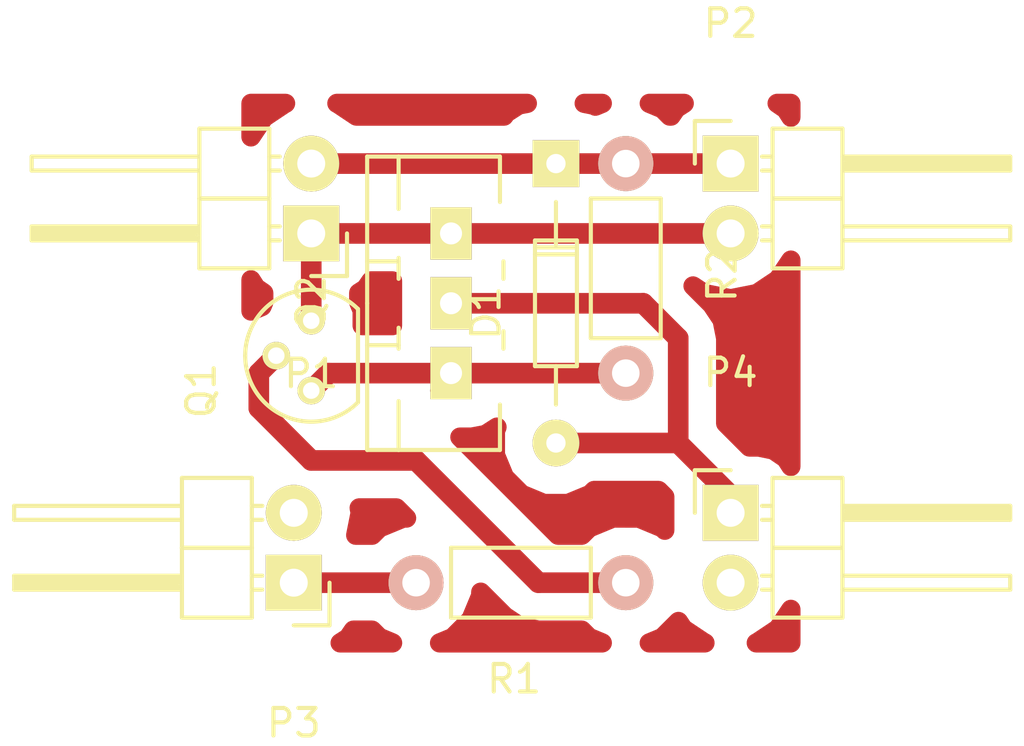
<source format=kicad_pcb>
(kicad_pcb (version 4) (host pcbnew 4.0.4+dfsg1-stable)

  (general
    (links 12)
    (no_connects 0)
    (area 106.599999 77.745 144.225001 105.235)
    (thickness 1.6)
    (drawings 4)
    (tracks 26)
    (zones 0)
    (modules 9)
    (nets 9)
  )

  (page A4)
  (layers
    (0 F.Cu signal)
    (31 B.Cu signal)
    (32 B.Adhes user)
    (33 F.Adhes user)
    (34 B.Paste user)
    (35 F.Paste user)
    (36 B.SilkS user)
    (37 F.SilkS user)
    (38 B.Mask user)
    (39 F.Mask user)
    (40 Dwgs.User user)
    (41 Cmts.User user)
    (42 Eco1.User user)
    (43 Eco2.User user)
    (44 Edge.Cuts user)
    (45 Margin user)
    (46 B.CrtYd user)
    (47 F.CrtYd user)
    (48 B.Fab user)
    (49 F.Fab user)
  )

  (setup
    (last_trace_width 0.75)
    (trace_clearance 0.2)
    (zone_clearance 1)
    (zone_45_only no)
    (trace_min 0.2)
    (segment_width 0.2)
    (edge_width 0.15)
    (via_size 0.6)
    (via_drill 0.4)
    (via_min_size 0.4)
    (via_min_drill 0.3)
    (uvia_size 0.3)
    (uvia_drill 0.1)
    (uvias_allowed no)
    (uvia_min_size 0.2)
    (uvia_min_drill 0.1)
    (pcb_text_width 0.3)
    (pcb_text_size 1.5 1.5)
    (mod_edge_width 0.15)
    (mod_text_size 1 1)
    (mod_text_width 0.15)
    (pad_size 1.5 1.9)
    (pad_drill 0.8)
    (pad_to_mask_clearance 0.2)
    (aux_axis_origin 115.57 101.6)
    (visible_elements FFFC7FFF)
    (pcbplotparams
      (layerselection 0x00030_80000001)
      (usegerberextensions false)
      (excludeedgelayer true)
      (linewidth 0.100000)
      (plotframeref false)
      (viasonmask false)
      (mode 1)
      (useauxorigin false)
      (hpglpennumber 1)
      (hpglpenspeed 20)
      (hpglpendiameter 15)
      (hpglpenoverlay 2)
      (psnegative false)
      (psa4output false)
      (plotreference true)
      (plotvalue true)
      (plotinvisibletext false)
      (padsonsilk false)
      (subtractmaskfromsilk false)
      (outputformat 1)
      (mirror false)
      (drillshape 0)
      (scaleselection 1)
      (outputdirectory modulo_mosfet))
  )

  (net 0 "")
  (net 1 /VCC)
  (net 2 /OUT)
  (net 3 /GND)
  (net 4 "Net-(Q1-Pad2)")
  (net 5 "Net-(Q1-Pad1)")
  (net 6 /IN)
  (net 7 "Net-(P3-Pad2)")
  (net 8 "Net-(P4-Pad2)")

  (net_class Default "This is the default net class."
    (clearance 0.2)
    (trace_width 0.75)
    (via_dia 0.6)
    (via_drill 0.4)
    (uvia_dia 0.3)
    (uvia_drill 0.1)
    (add_net /GND)
    (add_net /IN)
    (add_net /OUT)
    (add_net /VCC)
    (add_net "Net-(P3-Pad2)")
    (add_net "Net-(P4-Pad2)")
    (add_net "Net-(Q1-Pad1)")
    (add_net "Net-(Q1-Pad2)")
  )

  (module Pin_Headers:Pin_Header_Angled_1x02 (layer F.Cu) (tedit 0) (tstamp 58220936)
    (at 118.11 86.36 180)
    (descr "Through hole pin header")
    (tags "pin header")
    (path /58248EEF)
    (fp_text reference P1 (at 0 -5.1 180) (layer F.SilkS)
      (effects (font (size 1 1) (thickness 0.15)))
    )
    (fp_text value CONN_01X02 (at 0 -3.1 180) (layer F.Fab)
      (effects (font (size 1 1) (thickness 0.15)))
    )
    (fp_line (start -1.5 -1.75) (end -1.5 4.3) (layer F.CrtYd) (width 0.05))
    (fp_line (start 10.65 -1.75) (end 10.65 4.3) (layer F.CrtYd) (width 0.05))
    (fp_line (start -1.5 -1.75) (end 10.65 -1.75) (layer F.CrtYd) (width 0.05))
    (fp_line (start -1.5 4.3) (end 10.65 4.3) (layer F.CrtYd) (width 0.05))
    (fp_line (start -1.3 -1.55) (end -1.3 0) (layer F.SilkS) (width 0.15))
    (fp_line (start 0 -1.55) (end -1.3 -1.55) (layer F.SilkS) (width 0.15))
    (fp_line (start 4.191 -0.127) (end 10.033 -0.127) (layer F.SilkS) (width 0.15))
    (fp_line (start 10.033 -0.127) (end 10.033 0.127) (layer F.SilkS) (width 0.15))
    (fp_line (start 10.033 0.127) (end 4.191 0.127) (layer F.SilkS) (width 0.15))
    (fp_line (start 4.191 0.127) (end 4.191 0) (layer F.SilkS) (width 0.15))
    (fp_line (start 4.191 0) (end 10.033 0) (layer F.SilkS) (width 0.15))
    (fp_line (start 1.524 -0.254) (end 1.143 -0.254) (layer F.SilkS) (width 0.15))
    (fp_line (start 1.524 0.254) (end 1.143 0.254) (layer F.SilkS) (width 0.15))
    (fp_line (start 1.524 2.286) (end 1.143 2.286) (layer F.SilkS) (width 0.15))
    (fp_line (start 1.524 2.794) (end 1.143 2.794) (layer F.SilkS) (width 0.15))
    (fp_line (start 1.524 -1.27) (end 4.064 -1.27) (layer F.SilkS) (width 0.15))
    (fp_line (start 1.524 1.27) (end 4.064 1.27) (layer F.SilkS) (width 0.15))
    (fp_line (start 1.524 1.27) (end 1.524 3.81) (layer F.SilkS) (width 0.15))
    (fp_line (start 1.524 3.81) (end 4.064 3.81) (layer F.SilkS) (width 0.15))
    (fp_line (start 4.064 2.286) (end 10.16 2.286) (layer F.SilkS) (width 0.15))
    (fp_line (start 10.16 2.286) (end 10.16 2.794) (layer F.SilkS) (width 0.15))
    (fp_line (start 10.16 2.794) (end 4.064 2.794) (layer F.SilkS) (width 0.15))
    (fp_line (start 4.064 3.81) (end 4.064 1.27) (layer F.SilkS) (width 0.15))
    (fp_line (start 4.064 1.27) (end 4.064 -1.27) (layer F.SilkS) (width 0.15))
    (fp_line (start 10.16 0.254) (end 4.064 0.254) (layer F.SilkS) (width 0.15))
    (fp_line (start 10.16 -0.254) (end 10.16 0.254) (layer F.SilkS) (width 0.15))
    (fp_line (start 4.064 -0.254) (end 10.16 -0.254) (layer F.SilkS) (width 0.15))
    (fp_line (start 1.524 1.27) (end 4.064 1.27) (layer F.SilkS) (width 0.15))
    (fp_line (start 1.524 -1.27) (end 1.524 1.27) (layer F.SilkS) (width 0.15))
    (pad 1 thru_hole rect (at 0 0 180) (size 2.032 2.032) (drill 1.016) (layers *.Cu *.Mask F.SilkS)
      (net 3 /GND))
    (pad 2 thru_hole oval (at 0 2.54 180) (size 2.032 2.032) (drill 1.016) (layers *.Cu *.Mask F.SilkS)
      (net 1 /VCC))
    (model Pin_Headers.3dshapes/Pin_Header_Angled_1x02.wrl
      (at (xyz 0 -0.05 0))
      (scale (xyz 1 1 1))
      (rotate (xyz 0 0 90))
    )
  )

  (module TO_SOT_Packages_THT:TO-92_Molded_Narrow (layer F.Cu) (tedit 54F242E1) (tstamp 5827D756)
    (at 118.11 92.075 90)
    (descr "TO-92 leads molded, narrow, drill 0.6mm (see NXP sot054_po.pdf)")
    (tags "to-92 sc-43 sc-43a sot54 PA33 transistor")
    (path /5821F378)
    (fp_text reference Q1 (at 0 -4 90) (layer F.SilkS)
      (effects (font (size 1 1) (thickness 0.15)))
    )
    (fp_text value BC547 (at 0 3 90) (layer F.Fab)
      (effects (font (size 1 1) (thickness 0.15)))
    )
    (fp_line (start -1.4 1.95) (end -1.4 -2.65) (layer F.CrtYd) (width 0.05))
    (fp_line (start -1.4 1.95) (end 3.9 1.95) (layer F.CrtYd) (width 0.05))
    (fp_line (start -0.43 1.7) (end 2.97 1.7) (layer F.SilkS) (width 0.15))
    (fp_arc (start 1.27 0) (end 1.27 -2.4) (angle -135) (layer F.SilkS) (width 0.15))
    (fp_arc (start 1.27 0) (end 1.27 -2.4) (angle 135) (layer F.SilkS) (width 0.15))
    (fp_line (start -1.4 -2.65) (end 3.9 -2.65) (layer F.CrtYd) (width 0.05))
    (fp_line (start 3.9 1.95) (end 3.9 -2.65) (layer F.CrtYd) (width 0.05))
    (pad 2 thru_hole circle (at 1.27 -1.27 180) (size 1.00076 1.00076) (drill 0.6) (layers *.Cu *.Mask F.SilkS)
      (net 4 "Net-(Q1-Pad2)"))
    (pad 3 thru_hole circle (at 2.54 0 180) (size 1.00076 1.00076) (drill 0.6) (layers *.Cu *.Mask F.SilkS)
      (net 3 /GND))
    (pad 1 thru_hole circle (at 0 0 180) (size 1.00076 1.00076) (drill 0.6) (layers *.Cu *.Mask F.SilkS)
      (net 5 "Net-(Q1-Pad1)"))
    (model TO_SOT_Packages_THT.3dshapes/TO-92_Molded_Narrow.wrl
      (at (xyz 0.05 0 0))
      (scale (xyz 1 1 1))
      (rotate (xyz 0 0 -90))
    )
  )

  (module TO_SOT_Packages_THT:TO-220_Neutral123_Vertical_LargePads (layer F.Cu) (tedit 58248618) (tstamp 5822094A)
    (at 123.19 88.9 90)
    (descr "TO-220, Neutral, Vertical, Large Pads,")
    (tags "TO-220, Neutral, Vertical, Large Pads,")
    (path /5821F323)
    (fp_text reference Q2 (at 0 -5.08 90) (layer F.SilkS)
      (effects (font (size 1 1) (thickness 0.15)))
    )
    (fp_text value IRF540N (at 0 3.81 90) (layer F.Fab)
      (effects (font (size 1 1) (thickness 0.15)))
    )
    (fp_line (start 5.334 -1.905) (end 3.429 -1.905) (layer F.SilkS) (width 0.15))
    (fp_line (start 0.889 -1.905) (end 1.651 -1.905) (layer F.SilkS) (width 0.15))
    (fp_line (start -1.524 -1.905) (end -1.651 -1.905) (layer F.SilkS) (width 0.15))
    (fp_line (start -1.524 -1.905) (end -0.889 -1.905) (layer F.SilkS) (width 0.15))
    (fp_line (start -5.334 -1.905) (end -3.556 -1.905) (layer F.SilkS) (width 0.15))
    (fp_line (start -5.334 1.778) (end -3.683 1.778) (layer F.SilkS) (width 0.15))
    (fp_line (start -1.016 1.905) (end -1.651 1.905) (layer F.SilkS) (width 0.15))
    (fp_line (start 1.524 1.905) (end 0.889 1.905) (layer F.SilkS) (width 0.15))
    (fp_line (start 5.334 1.778) (end 3.683 1.778) (layer F.SilkS) (width 0.15))
    (fp_line (start -1.524 -3.048) (end -1.524 -1.905) (layer F.SilkS) (width 0.15))
    (fp_line (start 1.524 -3.048) (end 1.524 -1.905) (layer F.SilkS) (width 0.15))
    (fp_line (start 5.334 -1.905) (end 5.334 1.778) (layer F.SilkS) (width 0.15))
    (fp_line (start -5.334 1.778) (end -5.334 -1.905) (layer F.SilkS) (width 0.15))
    (fp_line (start 5.334 -3.048) (end 5.334 -1.905) (layer F.SilkS) (width 0.15))
    (fp_line (start -5.334 -1.905) (end -5.334 -3.048) (layer F.SilkS) (width 0.15))
    (fp_line (start 0 -3.048) (end -5.334 -3.048) (layer F.SilkS) (width 0.15))
    (fp_line (start 0 -3.048) (end 5.334 -3.048) (layer F.SilkS) (width 0.15))
    (pad 2 thru_hole rect (at 0 0 180) (size 1.5 1.9) (drill 0.8) (layers *.Cu *.Mask F.SilkS)
      (net 2 /OUT))
    (pad 1 thru_hole rect (at -2.54 0 180) (size 1.5 1.9) (drill 0.8) (layers *.Cu *.Mask F.SilkS)
      (net 5 "Net-(Q1-Pad1)"))
    (pad 3 thru_hole rect (at 2.54 0 180) (size 1.5 1.9) (drill 0.8) (layers *.Cu *.Mask F.SilkS)
      (net 3 /GND))
    (model TO_SOT_Packages_THT.3dshapes/TO-220_Neutral123_Vertical_LargePads.wrl
      (at (xyz 0 0 0))
      (scale (xyz 0.3937 0.3937 0.3937))
      (rotate (xyz 0 0 0))
    )
  )

  (module Pin_Headers:Pin_Header_Angled_1x02 (layer F.Cu) (tedit 0) (tstamp 5822093C)
    (at 133.35 83.82)
    (descr "Through hole pin header")
    (tags "pin header")
    (path /5821F5FC)
    (fp_text reference P2 (at 0 -5.1) (layer F.SilkS)
      (effects (font (size 1 1) (thickness 0.15)))
    )
    (fp_text value CONN_01X02 (at 0 -3.1) (layer F.Fab)
      (effects (font (size 1 1) (thickness 0.15)))
    )
    (fp_line (start -1.5 -1.75) (end -1.5 4.3) (layer F.CrtYd) (width 0.05))
    (fp_line (start 10.65 -1.75) (end 10.65 4.3) (layer F.CrtYd) (width 0.05))
    (fp_line (start -1.5 -1.75) (end 10.65 -1.75) (layer F.CrtYd) (width 0.05))
    (fp_line (start -1.5 4.3) (end 10.65 4.3) (layer F.CrtYd) (width 0.05))
    (fp_line (start -1.3 -1.55) (end -1.3 0) (layer F.SilkS) (width 0.15))
    (fp_line (start 0 -1.55) (end -1.3 -1.55) (layer F.SilkS) (width 0.15))
    (fp_line (start 4.191 -0.127) (end 10.033 -0.127) (layer F.SilkS) (width 0.15))
    (fp_line (start 10.033 -0.127) (end 10.033 0.127) (layer F.SilkS) (width 0.15))
    (fp_line (start 10.033 0.127) (end 4.191 0.127) (layer F.SilkS) (width 0.15))
    (fp_line (start 4.191 0.127) (end 4.191 0) (layer F.SilkS) (width 0.15))
    (fp_line (start 4.191 0) (end 10.033 0) (layer F.SilkS) (width 0.15))
    (fp_line (start 1.524 -0.254) (end 1.143 -0.254) (layer F.SilkS) (width 0.15))
    (fp_line (start 1.524 0.254) (end 1.143 0.254) (layer F.SilkS) (width 0.15))
    (fp_line (start 1.524 2.286) (end 1.143 2.286) (layer F.SilkS) (width 0.15))
    (fp_line (start 1.524 2.794) (end 1.143 2.794) (layer F.SilkS) (width 0.15))
    (fp_line (start 1.524 -1.27) (end 4.064 -1.27) (layer F.SilkS) (width 0.15))
    (fp_line (start 1.524 1.27) (end 4.064 1.27) (layer F.SilkS) (width 0.15))
    (fp_line (start 1.524 1.27) (end 1.524 3.81) (layer F.SilkS) (width 0.15))
    (fp_line (start 1.524 3.81) (end 4.064 3.81) (layer F.SilkS) (width 0.15))
    (fp_line (start 4.064 2.286) (end 10.16 2.286) (layer F.SilkS) (width 0.15))
    (fp_line (start 10.16 2.286) (end 10.16 2.794) (layer F.SilkS) (width 0.15))
    (fp_line (start 10.16 2.794) (end 4.064 2.794) (layer F.SilkS) (width 0.15))
    (fp_line (start 4.064 3.81) (end 4.064 1.27) (layer F.SilkS) (width 0.15))
    (fp_line (start 4.064 1.27) (end 4.064 -1.27) (layer F.SilkS) (width 0.15))
    (fp_line (start 10.16 0.254) (end 4.064 0.254) (layer F.SilkS) (width 0.15))
    (fp_line (start 10.16 -0.254) (end 10.16 0.254) (layer F.SilkS) (width 0.15))
    (fp_line (start 4.064 -0.254) (end 10.16 -0.254) (layer F.SilkS) (width 0.15))
    (fp_line (start 1.524 1.27) (end 4.064 1.27) (layer F.SilkS) (width 0.15))
    (fp_line (start 1.524 -1.27) (end 1.524 1.27) (layer F.SilkS) (width 0.15))
    (pad 1 thru_hole rect (at 0 0) (size 2.032 2.032) (drill 1.016) (layers *.Cu *.Mask F.SilkS)
      (net 1 /VCC))
    (pad 2 thru_hole oval (at 0 2.54) (size 2.032 2.032) (drill 1.016) (layers *.Cu *.Mask F.SilkS)
      (net 3 /GND))
    (model Pin_Headers.3dshapes/Pin_Header_Angled_1x02.wrl
      (at (xyz 0 -0.05 0))
      (scale (xyz 1 1 1))
      (rotate (xyz 0 0 90))
    )
  )

  (module Pin_Headers:Pin_Header_Angled_1x02 (layer F.Cu) (tedit 0) (tstamp 58247D37)
    (at 117.475 99.06 180)
    (descr "Through hole pin header")
    (tags "pin header")
    (path /58248F49)
    (fp_text reference P3 (at 0 -5.1 180) (layer F.SilkS)
      (effects (font (size 1 1) (thickness 0.15)))
    )
    (fp_text value CONN_01X02 (at 0 -3.1 180) (layer F.Fab)
      (effects (font (size 1 1) (thickness 0.15)))
    )
    (fp_line (start -1.5 -1.75) (end -1.5 4.3) (layer F.CrtYd) (width 0.05))
    (fp_line (start 10.65 -1.75) (end 10.65 4.3) (layer F.CrtYd) (width 0.05))
    (fp_line (start -1.5 -1.75) (end 10.65 -1.75) (layer F.CrtYd) (width 0.05))
    (fp_line (start -1.5 4.3) (end 10.65 4.3) (layer F.CrtYd) (width 0.05))
    (fp_line (start -1.3 -1.55) (end -1.3 0) (layer F.SilkS) (width 0.15))
    (fp_line (start 0 -1.55) (end -1.3 -1.55) (layer F.SilkS) (width 0.15))
    (fp_line (start 4.191 -0.127) (end 10.033 -0.127) (layer F.SilkS) (width 0.15))
    (fp_line (start 10.033 -0.127) (end 10.033 0.127) (layer F.SilkS) (width 0.15))
    (fp_line (start 10.033 0.127) (end 4.191 0.127) (layer F.SilkS) (width 0.15))
    (fp_line (start 4.191 0.127) (end 4.191 0) (layer F.SilkS) (width 0.15))
    (fp_line (start 4.191 0) (end 10.033 0) (layer F.SilkS) (width 0.15))
    (fp_line (start 1.524 -0.254) (end 1.143 -0.254) (layer F.SilkS) (width 0.15))
    (fp_line (start 1.524 0.254) (end 1.143 0.254) (layer F.SilkS) (width 0.15))
    (fp_line (start 1.524 2.286) (end 1.143 2.286) (layer F.SilkS) (width 0.15))
    (fp_line (start 1.524 2.794) (end 1.143 2.794) (layer F.SilkS) (width 0.15))
    (fp_line (start 1.524 -1.27) (end 4.064 -1.27) (layer F.SilkS) (width 0.15))
    (fp_line (start 1.524 1.27) (end 4.064 1.27) (layer F.SilkS) (width 0.15))
    (fp_line (start 1.524 1.27) (end 1.524 3.81) (layer F.SilkS) (width 0.15))
    (fp_line (start 1.524 3.81) (end 4.064 3.81) (layer F.SilkS) (width 0.15))
    (fp_line (start 4.064 2.286) (end 10.16 2.286) (layer F.SilkS) (width 0.15))
    (fp_line (start 10.16 2.286) (end 10.16 2.794) (layer F.SilkS) (width 0.15))
    (fp_line (start 10.16 2.794) (end 4.064 2.794) (layer F.SilkS) (width 0.15))
    (fp_line (start 4.064 3.81) (end 4.064 1.27) (layer F.SilkS) (width 0.15))
    (fp_line (start 4.064 1.27) (end 4.064 -1.27) (layer F.SilkS) (width 0.15))
    (fp_line (start 10.16 0.254) (end 4.064 0.254) (layer F.SilkS) (width 0.15))
    (fp_line (start 10.16 -0.254) (end 10.16 0.254) (layer F.SilkS) (width 0.15))
    (fp_line (start 4.064 -0.254) (end 10.16 -0.254) (layer F.SilkS) (width 0.15))
    (fp_line (start 1.524 1.27) (end 4.064 1.27) (layer F.SilkS) (width 0.15))
    (fp_line (start 1.524 -1.27) (end 1.524 1.27) (layer F.SilkS) (width 0.15))
    (pad 1 thru_hole rect (at 0 0 180) (size 2.032 2.032) (drill 1.016) (layers *.Cu *.Mask F.SilkS)
      (net 6 /IN))
    (pad 2 thru_hole oval (at 0 2.54 180) (size 2.032 2.032) (drill 1.016) (layers *.Cu *.Mask F.SilkS)
      (net 7 "Net-(P3-Pad2)"))
    (model Pin_Headers.3dshapes/Pin_Header_Angled_1x02.wrl
      (at (xyz 0 -0.05 0))
      (scale (xyz 1 1 1))
      (rotate (xyz 0 0 90))
    )
  )

  (module Pin_Headers:Pin_Header_Angled_1x02 (layer F.Cu) (tedit 0) (tstamp 58247D5A)
    (at 133.35 96.52)
    (descr "Through hole pin header")
    (tags "pin header")
    (path /5824766C)
    (fp_text reference P4 (at 0 -5.1) (layer F.SilkS)
      (effects (font (size 1 1) (thickness 0.15)))
    )
    (fp_text value CONN_01X02 (at 0 -3.1) (layer F.Fab)
      (effects (font (size 1 1) (thickness 0.15)))
    )
    (fp_line (start -1.5 -1.75) (end -1.5 4.3) (layer F.CrtYd) (width 0.05))
    (fp_line (start 10.65 -1.75) (end 10.65 4.3) (layer F.CrtYd) (width 0.05))
    (fp_line (start -1.5 -1.75) (end 10.65 -1.75) (layer F.CrtYd) (width 0.05))
    (fp_line (start -1.5 4.3) (end 10.65 4.3) (layer F.CrtYd) (width 0.05))
    (fp_line (start -1.3 -1.55) (end -1.3 0) (layer F.SilkS) (width 0.15))
    (fp_line (start 0 -1.55) (end -1.3 -1.55) (layer F.SilkS) (width 0.15))
    (fp_line (start 4.191 -0.127) (end 10.033 -0.127) (layer F.SilkS) (width 0.15))
    (fp_line (start 10.033 -0.127) (end 10.033 0.127) (layer F.SilkS) (width 0.15))
    (fp_line (start 10.033 0.127) (end 4.191 0.127) (layer F.SilkS) (width 0.15))
    (fp_line (start 4.191 0.127) (end 4.191 0) (layer F.SilkS) (width 0.15))
    (fp_line (start 4.191 0) (end 10.033 0) (layer F.SilkS) (width 0.15))
    (fp_line (start 1.524 -0.254) (end 1.143 -0.254) (layer F.SilkS) (width 0.15))
    (fp_line (start 1.524 0.254) (end 1.143 0.254) (layer F.SilkS) (width 0.15))
    (fp_line (start 1.524 2.286) (end 1.143 2.286) (layer F.SilkS) (width 0.15))
    (fp_line (start 1.524 2.794) (end 1.143 2.794) (layer F.SilkS) (width 0.15))
    (fp_line (start 1.524 -1.27) (end 4.064 -1.27) (layer F.SilkS) (width 0.15))
    (fp_line (start 1.524 1.27) (end 4.064 1.27) (layer F.SilkS) (width 0.15))
    (fp_line (start 1.524 1.27) (end 1.524 3.81) (layer F.SilkS) (width 0.15))
    (fp_line (start 1.524 3.81) (end 4.064 3.81) (layer F.SilkS) (width 0.15))
    (fp_line (start 4.064 2.286) (end 10.16 2.286) (layer F.SilkS) (width 0.15))
    (fp_line (start 10.16 2.286) (end 10.16 2.794) (layer F.SilkS) (width 0.15))
    (fp_line (start 10.16 2.794) (end 4.064 2.794) (layer F.SilkS) (width 0.15))
    (fp_line (start 4.064 3.81) (end 4.064 1.27) (layer F.SilkS) (width 0.15))
    (fp_line (start 4.064 1.27) (end 4.064 -1.27) (layer F.SilkS) (width 0.15))
    (fp_line (start 10.16 0.254) (end 4.064 0.254) (layer F.SilkS) (width 0.15))
    (fp_line (start 10.16 -0.254) (end 10.16 0.254) (layer F.SilkS) (width 0.15))
    (fp_line (start 4.064 -0.254) (end 10.16 -0.254) (layer F.SilkS) (width 0.15))
    (fp_line (start 1.524 1.27) (end 4.064 1.27) (layer F.SilkS) (width 0.15))
    (fp_line (start 1.524 -1.27) (end 1.524 1.27) (layer F.SilkS) (width 0.15))
    (pad 1 thru_hole rect (at 0 0) (size 2.032 2.032) (drill 1.016) (layers *.Cu *.Mask F.SilkS)
      (net 2 /OUT))
    (pad 2 thru_hole oval (at 0 2.54) (size 2.032 2.032) (drill 1.016) (layers *.Cu *.Mask F.SilkS)
      (net 8 "Net-(P4-Pad2)"))
    (model Pin_Headers.3dshapes/Pin_Header_Angled_1x02.wrl
      (at (xyz 0 -0.05 0))
      (scale (xyz 1 1 1))
      (rotate (xyz 0 0 90))
    )
  )

  (module Resistors_ThroughHole:Resistor_Horizontal_RM7mm (layer F.Cu) (tedit 569FCF07) (tstamp 58255486)
    (at 129.54 99.06 180)
    (descr "Resistor, Axial,  RM 7.62mm, 1/3W,")
    (tags "Resistor Axial RM 7.62mm 1/3W R3")
    (path /5821F4D9)
    (fp_text reference R1 (at 4.05892 -3.50012 180) (layer F.SilkS)
      (effects (font (size 1 1) (thickness 0.15)))
    )
    (fp_text value R (at 3.81 3.81 180) (layer F.Fab)
      (effects (font (size 1 1) (thickness 0.15)))
    )
    (fp_line (start -1.25 -1.5) (end 8.85 -1.5) (layer F.CrtYd) (width 0.05))
    (fp_line (start -1.25 1.5) (end -1.25 -1.5) (layer F.CrtYd) (width 0.05))
    (fp_line (start 8.85 -1.5) (end 8.85 1.5) (layer F.CrtYd) (width 0.05))
    (fp_line (start -1.25 1.5) (end 8.85 1.5) (layer F.CrtYd) (width 0.05))
    (fp_line (start 1.27 -1.27) (end 6.35 -1.27) (layer F.SilkS) (width 0.15))
    (fp_line (start 6.35 -1.27) (end 6.35 1.27) (layer F.SilkS) (width 0.15))
    (fp_line (start 6.35 1.27) (end 1.27 1.27) (layer F.SilkS) (width 0.15))
    (fp_line (start 1.27 1.27) (end 1.27 -1.27) (layer F.SilkS) (width 0.15))
    (pad 1 thru_hole circle (at 0 0 180) (size 1.99898 1.99898) (drill 1.00076) (layers *.Cu *.SilkS *.Mask)
      (net 4 "Net-(Q1-Pad2)"))
    (pad 2 thru_hole circle (at 7.62 0 180) (size 1.99898 1.99898) (drill 1.00076) (layers *.Cu *.SilkS *.Mask)
      (net 6 /IN))
  )

  (module Resistors_ThroughHole:Resistor_Horizontal_RM7mm (layer F.Cu) (tedit 569FCF07) (tstamp 5825548B)
    (at 129.54 83.82 270)
    (descr "Resistor, Axial,  RM 7.62mm, 1/3W,")
    (tags "Resistor Axial RM 7.62mm 1/3W R3")
    (path /5821F450)
    (fp_text reference R2 (at 4.05892 -3.50012 270) (layer F.SilkS)
      (effects (font (size 1 1) (thickness 0.15)))
    )
    (fp_text value R (at 3.81 3.81 270) (layer F.Fab)
      (effects (font (size 1 1) (thickness 0.15)))
    )
    (fp_line (start -1.25 -1.5) (end 8.85 -1.5) (layer F.CrtYd) (width 0.05))
    (fp_line (start -1.25 1.5) (end -1.25 -1.5) (layer F.CrtYd) (width 0.05))
    (fp_line (start 8.85 -1.5) (end 8.85 1.5) (layer F.CrtYd) (width 0.05))
    (fp_line (start -1.25 1.5) (end 8.85 1.5) (layer F.CrtYd) (width 0.05))
    (fp_line (start 1.27 -1.27) (end 6.35 -1.27) (layer F.SilkS) (width 0.15))
    (fp_line (start 6.35 -1.27) (end 6.35 1.27) (layer F.SilkS) (width 0.15))
    (fp_line (start 6.35 1.27) (end 1.27 1.27) (layer F.SilkS) (width 0.15))
    (fp_line (start 1.27 1.27) (end 1.27 -1.27) (layer F.SilkS) (width 0.15))
    (pad 1 thru_hole circle (at 0 0 270) (size 1.99898 1.99898) (drill 1.00076) (layers *.Cu *.SilkS *.Mask)
      (net 1 /VCC))
    (pad 2 thru_hole circle (at 7.62 0 270) (size 1.99898 1.99898) (drill 1.00076) (layers *.Cu *.SilkS *.Mask)
      (net 5 "Net-(Q1-Pad1)"))
  )

  (module Diodes_ThroughHole:Diode_DO-35_SOD27_Horizontal_RM10 (layer F.Cu) (tedit 552FFC30) (tstamp 5825BFB5)
    (at 127 83.82 270)
    (descr "Diode, DO-35,  SOD27, Horizontal, RM 10mm")
    (tags "Diode, DO-35, SOD27, Horizontal, RM 10mm, 1N4148,")
    (path /5821F3BF)
    (fp_text reference D1 (at 5.43052 2.53746 270) (layer F.SilkS)
      (effects (font (size 1 1) (thickness 0.15)))
    )
    (fp_text value D (at 4.41452 -3.55854 270) (layer F.Fab)
      (effects (font (size 1 1) (thickness 0.15)))
    )
    (fp_line (start 7.36652 -0.00254) (end 8.76352 -0.00254) (layer F.SilkS) (width 0.15))
    (fp_line (start 2.92152 -0.00254) (end 1.39752 -0.00254) (layer F.SilkS) (width 0.15))
    (fp_line (start 3.30252 -0.76454) (end 3.30252 0.75946) (layer F.SilkS) (width 0.15))
    (fp_line (start 3.04852 -0.76454) (end 3.04852 0.75946) (layer F.SilkS) (width 0.15))
    (fp_line (start 2.79452 -0.00254) (end 2.79452 0.75946) (layer F.SilkS) (width 0.15))
    (fp_line (start 2.79452 0.75946) (end 7.36652 0.75946) (layer F.SilkS) (width 0.15))
    (fp_line (start 7.36652 0.75946) (end 7.36652 -0.76454) (layer F.SilkS) (width 0.15))
    (fp_line (start 7.36652 -0.76454) (end 2.79452 -0.76454) (layer F.SilkS) (width 0.15))
    (fp_line (start 2.79452 -0.76454) (end 2.79452 -0.00254) (layer F.SilkS) (width 0.15))
    (pad 2 thru_hole circle (at 10.16052 -0.00254 90) (size 1.69926 1.69926) (drill 0.70104) (layers *.Cu *.Mask F.SilkS)
      (net 2 /OUT))
    (pad 1 thru_hole rect (at 0.00052 -0.00254 90) (size 1.69926 1.69926) (drill 0.70104) (layers *.Cu *.Mask F.SilkS)
      (net 1 /VCC))
    (model Diodes_ThroughHole.3dshapes/Diode_DO-35_SOD27_Horizontal_RM10.wrl
      (at (xyz 0.2 0 0))
      (scale (xyz 0.4 0.4 0.4))
      (rotate (xyz 0 0 180))
    )
  )

  (gr_line (start 115.57 81.28) (end 115.57 101.6) (angle 90) (layer Dwgs.User) (width 0.2))
  (gr_line (start 135.89 81.28) (end 115.57 81.28) (angle 90) (layer Dwgs.User) (width 0.2))
  (gr_line (start 135.89 101.6) (end 135.89 81.28) (angle 90) (layer Dwgs.User) (width 0.2))
  (gr_line (start 135.89 101.6) (end 115.57 101.6) (angle 90) (layer Dwgs.User) (width 0.2))

  (segment (start 118.11 83.82) (end 127.00202 83.82) (width 0.75) (layer F.Cu) (net 1))
  (segment (start 127.00202 83.82) (end 129.54 83.82) (width 0.75) (layer F.Cu) (net 1) (tstamp 58276BC5))
  (segment (start 129.54 83.82) (end 133.35 83.82) (width 0.75) (layer F.Cu) (net 1) (tstamp 58276BC6))
  (segment (start 133.34746 83.82254) (end 133.35 83.82) (width 0.25) (layer F.Cu) (net 1) (tstamp 58247E84))
  (segment (start 127.00254 93.98052) (end 131.44552 93.98052) (width 0.75) (layer F.Cu) (net 2))
  (segment (start 131.44552 93.98052) (end 131.445 93.98) (width 0.75) (layer F.Cu) (net 2) (tstamp 58269593))
  (segment (start 131.445 93.98) (end 131.445 90.17) (width 0.75) (layer F.Cu) (net 2) (tstamp 58269594))
  (segment (start 131.445 90.17) (end 130.175 88.9) (width 0.75) (layer F.Cu) (net 2) (tstamp 58269595))
  (segment (start 130.175 88.9) (end 123.19 88.9) (width 0.75) (layer F.Cu) (net 2) (tstamp 58269597))
  (segment (start 133.35 96.52) (end 133.35 95.885) (width 0.25) (layer F.Cu) (net 2))
  (segment (start 133.35 95.885) (end 131.445 93.98) (width 0.75) (layer F.Cu) (net 2) (tstamp 5826958E))
  (segment (start 127.00306 93.98) (end 127.00254 93.98052) (width 0.25) (layer F.Cu) (net 2) (tstamp 5826958A))
  (segment (start 133.35 86.36) (end 123.19 86.36) (width 0.75) (layer F.Cu) (net 3))
  (segment (start 123.19 86.36) (end 118.11 86.36) (width 0.75) (layer F.Cu) (net 3) (tstamp 5827D78A))
  (segment (start 118.11 86.36) (end 118.11 89.535) (width 0.75) (layer F.Cu) (net 3) (tstamp 5827D78B))
  (segment (start 116.84 90.805) (end 116.205 91.44) (width 0.75) (layer F.Cu) (net 4) (status 400000))
  (segment (start 126.365 99.06) (end 129.54 99.06) (width 0.75) (layer F.Cu) (net 4) (tstamp 5824A6C7) (status 800000))
  (segment (start 121.92 94.615) (end 126.365 99.06) (width 0.75) (layer F.Cu) (net 4) (tstamp 5824A6C6))
  (segment (start 118.11 94.615) (end 121.92 94.615) (width 0.75) (layer F.Cu) (net 4) (tstamp 5824A6C4))
  (segment (start 116.205 92.71) (end 118.11 94.615) (width 0.75) (layer F.Cu) (net 4) (tstamp 5824A6C3))
  (segment (start 116.205 91.44) (end 116.205 92.71) (width 0.75) (layer F.Cu) (net 4) (tstamp 5824A6C2))
  (segment (start 123.19 91.44) (end 118.745 91.44) (width 0.75) (layer F.Cu) (net 5))
  (segment (start 118.745 91.44) (end 118.11 92.075) (width 0.75) (layer F.Cu) (net 5) (tstamp 5827D765))
  (segment (start 123.19 91.44) (end 129.54 91.44) (width 0.75) (layer F.Cu) (net 5))
  (segment (start 122.555 92.075) (end 123.19 91.44) (width 0.25) (layer F.Cu) (net 5) (tstamp 58269580))
  (segment (start 117.475 99.06) (end 121.92 99.06) (width 0.75) (layer F.Cu) (net 6))

  (zone (net 0) (net_name "") (layer F.Cu) (tstamp 5827D7A3) (hatch edge 0.508)
    (connect_pads yes (clearance 1))
    (min_thickness 0.7)
    (fill yes (arc_segments 16) (thermal_gap 0.8) (thermal_bridge_width 0.5))
    (polygon
      (pts
        (xy 135.89 101.6) (xy 115.57 101.6) (xy 115.57 81.28) (xy 135.89 81.28)
      )
    )
    (filled_polygon
      (pts
        (xy 125.145241 100.279759) (xy 125.704871 100.653692) (xy 126.365 100.785) (xy 127.942207 100.785) (xy 128.207383 101.050639)
        (xy 128.687497 101.25) (xy 122.772272 101.25) (xy 123.24914 101.052962) (xy 123.910639 100.392617) (xy 124.269081 99.529393)
        (xy 124.269191 99.403709)
      )
    )
    (filled_polygon
      (pts
        (xy 131.630632 100.733015) (xy 132.398218 101.245899) (xy 132.418835 101.25) (xy 130.392272 101.25) (xy 130.86914 101.052962)
        (xy 131.454183 100.46894)
      )
    )
    (filled_polygon
      (pts
        (xy 135.54 101.25) (xy 134.281165 101.25) (xy 134.301782 101.245899) (xy 135.069368 100.733015) (xy 135.54 100.028664)
      )
    )
    (filled_polygon
      (pts
        (xy 120.587383 101.050639) (xy 121.067497 101.25) (xy 119.159605 101.25) (xy 119.450757 101.062649) (xy 119.640466 100.785)
        (xy 120.322207 100.785)
      )
    )
    (filled_polygon
      (pts
        (xy 124.803293 93.541067) (xy 124.802529 94.416134) (xy 125.136697 95.224882) (xy 125.754923 95.844188) (xy 126.563087 96.179767)
        (xy 127.438154 96.180531) (xy 128.246902 95.846363) (xy 128.387991 95.70552) (xy 130.731002 95.70552) (xy 130.957552 95.93207)
        (xy 130.957552 97.154444) (xy 130.872617 97.069361) (xy 130.009393 96.710919) (xy 129.074708 96.710103) (xy 128.21086 97.067038)
        (xy 127.94243 97.335) (xy 127.079518 97.335) (xy 123.510966 93.766448) (xy 123.94 93.766448) (xy 124.44028 93.672314)
        (xy 124.861286 93.401404)
      )
    )
    (filled_polygon
      (pts
        (xy 121.575691 96.710209) (xy 121.454708 96.710103) (xy 120.59086 97.067038) (xy 120.32243 97.335) (xy 119.725239 97.335)
        (xy 119.887353 96.52) (xy 119.851549 96.34) (xy 121.205482 96.34)
      )
    )
    (filled_polygon
      (pts
        (xy 135.54 94.835395) (xy 135.352649 94.544243) (xy 134.901515 94.235997) (xy 134.366 94.127552) (xy 134.03207 94.127552)
        (xy 133.17 93.265482) (xy 133.17 90.17) (xy 133.038692 89.509871) (xy 132.664759 88.950241) (xy 131.982932 88.268414)
        (xy 132.398218 88.545899) (xy 133.303647 88.726) (xy 133.396353 88.726) (xy 134.301782 88.545899) (xy 135.069368 88.033015)
        (xy 135.54 87.328664)
      )
    )
    (filled_polygon
      (pts
        (xy 121.063552 89.715) (xy 119.960223 89.715) (xy 119.9607 89.168551) (xy 119.835 88.864334) (xy 119.835 88.524007)
        (xy 120.085757 88.362649) (xy 120.275466 88.085) (xy 121.063552 88.085)
      )
    )
    (filled_polygon
      (pts
        (xy 116.107351 88.335757) (xy 116.385 88.525466) (xy 116.385 88.864149) (xy 116.321474 89.017137) (xy 115.92 89.183023)
        (xy 115.92 88.044605)
      )
    )
    (filled_polygon
      (pts
        (xy 117.158218 81.634101) (xy 116.390632 82.146985) (xy 115.92 82.851336) (xy 115.92 81.63) (xy 117.178835 81.63)
      )
    )
    (filled_polygon
      (pts
        (xy 135.54 82.135395) (xy 135.352649 81.844243) (xy 135.039093 81.63) (xy 135.54 81.63)
      )
    )
    (filled_polygon
      (pts
        (xy 125.65263 81.688576) (xy 125.193153 81.984241) (xy 125.117475 82.095) (xy 119.751567 82.095) (xy 119.061782 81.634101)
        (xy 119.041165 81.63) (xy 125.963935 81.63)
      )
    )
    (filled_polygon
      (pts
        (xy 131.374243 81.817351) (xy 131.184534 82.095) (xy 131.137793 82.095) (xy 130.872617 81.829361) (xy 130.392503 81.63)
        (xy 131.665395 81.63)
      )
    )
    (filled_polygon
      (pts
        (xy 128.434279 81.734723) (xy 128.387685 81.702887) (xy 128.02776 81.63) (xy 128.687728 81.63)
      )
    )
  )
)

</source>
